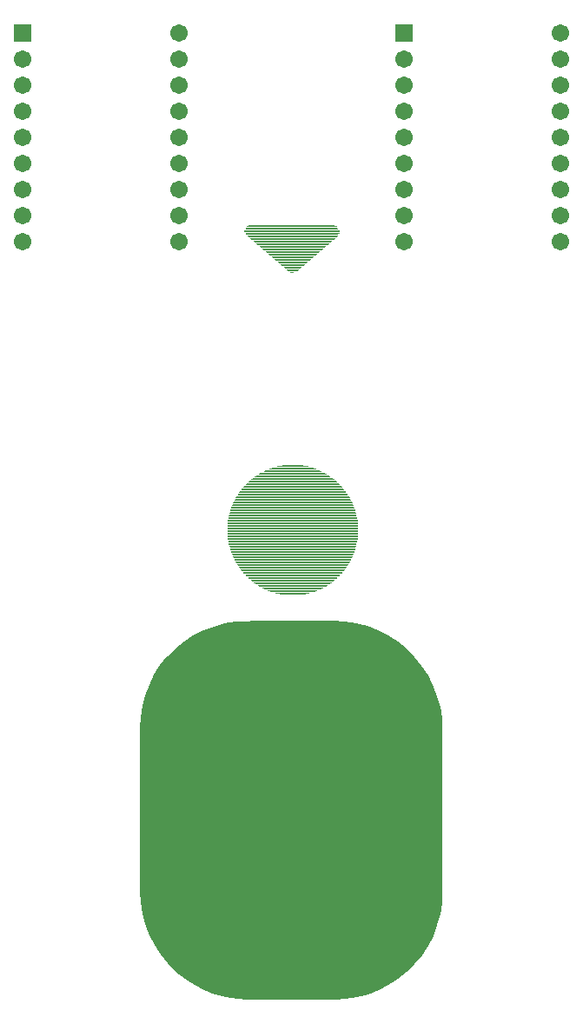
<source format=gbr>
G04 EAGLE Gerber X2 export*
%TF.Part,Single*%
%TF.FileFunction,Soldermask,Top,1*%
%TF.FilePolarity,Negative*%
%TF.GenerationSoftware,Autodesk,EAGLE,9.0.1*%
%TF.CreationDate,2018-06-27T06:52:03Z*%
G75*
%MOMM*%
%FSLAX34Y34*%
%LPD*%
%AMOC8*
5,1,8,0,0,1.08239X$1,22.5*%
G01*
%ADD10R,0.421637X0.084581*%
%ADD11R,0.678181X0.084838*%
%ADD12R,1.016000X0.084581*%
%ADD13R,1.186181X0.084581*%
%ADD14R,1.353819X0.084838*%
%ADD15R,1.524000X0.084581*%
%ADD16R,1.694181X0.084581*%
%ADD17R,1.861819X0.084838*%
%ADD18R,2.202181X0.084581*%
%ADD19R,2.369819X0.084581*%
%ADD20R,2.540000X0.084838*%
%ADD21R,2.710181X0.084581*%
%ADD22R,2.877819X0.084581*%
%ADD23R,3.048000X0.084838*%
%ADD24R,3.385819X0.084581*%
%ADD25R,3.556000X0.084581*%
%ADD26R,3.726181X0.084838*%
%ADD27R,3.893819X0.084581*%
%ADD28R,4.064000X0.084581*%
%ADD29R,4.318000X0.084838*%
%ADD30R,4.572000X0.084581*%
%ADD31R,4.742181X0.084581*%
%ADD32R,4.909819X0.084838*%
%ADD33R,5.080000X0.084581*%
%ADD34R,5.250181X0.084581*%
%ADD35R,5.588000X0.084838*%
%ADD36R,5.758181X0.084581*%
%ADD37R,5.925819X0.084581*%
%ADD38R,6.096000X0.084838*%
%ADD39R,6.266181X0.084581*%
%ADD40R,6.433819X0.084581*%
%ADD41R,6.774181X0.084838*%
%ADD42R,6.941819X0.084581*%
%ADD43R,7.112000X0.084581*%
%ADD44R,7.282181X0.084838*%
%ADD45R,7.449819X0.084581*%
%ADD46R,7.620000X0.084581*%
%ADD47R,7.957819X0.084838*%
%ADD48R,8.128000X0.084581*%
%ADD49R,8.298181X0.084581*%
%ADD50R,8.465819X0.084838*%
%ADD51R,8.636000X0.084581*%
%ADD52R,8.806181X0.084581*%
%ADD53R,8.973819X0.084838*%
%ADD54R,9.057638X0.084581*%
%ADD55R,9.144000X0.084581*%
%ADD56R,9.144000X0.084838*%
%ADD57R,9.230363X0.084581*%
%ADD58R,9.057638X0.084838*%
%ADD59R,8.890000X0.084581*%
%ADD60R,8.890000X0.084838*%
%ADD61R,8.722363X0.084581*%
%ADD62R,8.382000X0.084581*%
%ADD63R,1.607819X0.084838*%
%ADD64R,2.623819X0.084581*%
%ADD65R,3.302000X0.084581*%
%ADD66R,3.893819X0.084838*%
%ADD67R,4.401819X0.084581*%
%ADD68R,4.826000X0.084581*%
%ADD69R,5.163819X0.084838*%
%ADD70R,5.588000X0.084581*%
%ADD71R,6.179819X0.084838*%
%ADD72R,6.520181X0.084581*%
%ADD73R,6.774181X0.084581*%
%ADD74R,7.028181X0.084838*%
%ADD75R,7.282181X0.084581*%
%ADD76R,7.536181X0.084581*%
%ADD77R,7.703819X0.084838*%
%ADD78R,7.957819X0.084581*%
%ADD79R,8.382000X0.084838*%
%ADD80R,8.552181X0.084581*%
%ADD81R,8.719819X0.084581*%
%ADD82R,9.060181X0.084581*%
%ADD83R,9.227819X0.084581*%
%ADD84R,9.398000X0.084838*%
%ADD85R,9.568181X0.084581*%
%ADD86R,9.652000X0.084581*%
%ADD87R,9.822181X0.084838*%
%ADD88R,9.989819X0.084581*%
%ADD89R,10.076181X0.084581*%
%ADD90R,10.243819X0.084838*%
%ADD91R,10.330181X0.084581*%
%ADD92R,10.497819X0.084581*%
%ADD93R,10.584181X0.084838*%
%ADD94R,10.668000X0.084581*%
%ADD95R,10.838181X0.084581*%
%ADD96R,10.922000X0.084838*%
%ADD97R,11.005819X0.084581*%
%ADD98R,11.092181X0.084581*%
%ADD99R,11.176000X0.084838*%
%ADD100R,11.346181X0.084581*%
%ADD101R,11.513819X0.084838*%
%ADD102R,11.513819X0.084581*%
%ADD103R,11.600181X0.084581*%
%ADD104R,11.684000X0.084838*%
%ADD105R,11.767819X0.084581*%
%ADD106R,11.854181X0.084581*%
%ADD107R,11.938000X0.084838*%
%ADD108R,12.021819X0.084581*%
%ADD109R,12.108181X0.084838*%
%ADD110R,12.192000X0.084581*%
%ADD111R,12.275819X0.084838*%
%ADD112R,12.275819X0.084581*%
%ADD113R,12.362181X0.084581*%
%ADD114R,12.362181X0.084838*%
%ADD115R,12.446000X0.084581*%
%ADD116R,12.529819X0.084838*%
%ADD117R,12.529819X0.084581*%
%ADD118R,12.616181X0.084838*%
%ADD119R,12.616181X0.084581*%
%ADD120R,12.700000X0.084838*%
%ADD121R,12.700000X0.084581*%
%ADD122R,12.783819X0.084838*%
%ADD123R,12.783819X0.084581*%
%ADD124R,12.192000X0.084838*%
%ADD125R,12.108181X0.084581*%
%ADD126R,12.021819X0.084838*%
%ADD127R,11.938000X0.084581*%
%ADD128R,11.854181X0.084838*%
%ADD129R,11.430000X0.084838*%
%ADD130R,11.259819X0.084581*%
%ADD131R,10.838181X0.084838*%
%ADD132R,10.751819X0.084581*%
%ADD133R,10.497819X0.084838*%
%ADD134R,10.414000X0.084581*%
%ADD135R,10.160000X0.084838*%
%ADD136R,9.906000X0.084581*%
%ADD137R,9.735819X0.084838*%
%ADD138R,9.481819X0.084581*%
%ADD139R,9.314181X0.084838*%
%ADD140R,8.973819X0.084581*%
%ADD141R,8.806181X0.084838*%
%ADD142R,8.465819X0.084581*%
%ADD143R,8.298181X0.084838*%
%ADD144R,8.044181X0.084581*%
%ADD145R,7.790181X0.084581*%
%ADD146R,7.620000X0.084838*%
%ADD147R,7.366000X0.084581*%
%ADD148R,6.858000X0.084838*%
%ADD149R,6.604000X0.084581*%
%ADD150R,6.350000X0.084581*%
%ADD151R,6.012181X0.084838*%
%ADD152R,5.671819X0.084581*%
%ADD153R,5.334000X0.084581*%
%ADD154R,4.996181X0.084838*%
%ADD155R,3.556000X0.084838*%
%ADD156R,2.964181X0.084581*%
%ADD157R,2.115819X0.084581*%
%ADD158R,1.711200X1.711200*%
%ADD159C,1.711200*%
%ADD160R,2.053200X1.203200*%

G36*
X421135Y34673D02*
X421135Y34673D01*
X421139Y34672D01*
X432077Y35245D01*
X432083Y35248D01*
X432090Y35247D01*
X442909Y36960D01*
X442915Y36964D01*
X442922Y36963D01*
X453503Y39798D01*
X453508Y39802D01*
X453515Y39802D01*
X463741Y43727D01*
X463746Y43732D01*
X463754Y43733D01*
X473513Y48706D01*
X473518Y48711D01*
X473525Y48712D01*
X482711Y54678D01*
X482715Y54684D01*
X482722Y54686D01*
X491235Y61579D01*
X491238Y61585D01*
X491244Y61588D01*
X498990Y69334D01*
X498992Y69340D01*
X498999Y69343D01*
X505892Y77856D01*
X505894Y77862D01*
X505900Y77867D01*
X511866Y87053D01*
X511867Y87060D01*
X511872Y87065D01*
X516845Y96825D01*
X516846Y96831D01*
X516851Y96837D01*
X520776Y107063D01*
X520776Y107069D01*
X520780Y107075D01*
X523615Y117656D01*
X523614Y117662D01*
X523618Y117669D01*
X525331Y128488D01*
X525330Y128494D01*
X525333Y128501D01*
X525906Y139439D01*
X525905Y139443D01*
X525906Y139446D01*
X525906Y297688D01*
X525905Y297691D01*
X525906Y297695D01*
X525327Y308740D01*
X525324Y308746D01*
X525326Y308753D01*
X523596Y319677D01*
X523592Y319682D01*
X523593Y319689D01*
X520730Y330373D01*
X520726Y330378D01*
X520726Y330385D01*
X516763Y340711D01*
X516758Y340715D01*
X516757Y340723D01*
X511736Y350577D01*
X511731Y350582D01*
X511730Y350589D01*
X505706Y359865D01*
X505700Y359868D01*
X505698Y359875D01*
X498738Y368470D01*
X498732Y368474D01*
X498729Y368480D01*
X490908Y376301D01*
X490902Y376303D01*
X490898Y376310D01*
X482303Y383270D01*
X482297Y383272D01*
X482293Y383278D01*
X473017Y389302D01*
X473010Y389303D01*
X473005Y389308D01*
X463151Y394329D01*
X463144Y394330D01*
X463139Y394335D01*
X452813Y398298D01*
X452807Y398298D01*
X452801Y398302D01*
X442117Y401165D01*
X442111Y401164D01*
X442105Y401168D01*
X431181Y402898D01*
X431174Y402896D01*
X431168Y402899D01*
X420123Y403478D01*
X420119Y403477D01*
X420116Y403478D01*
X338836Y403478D01*
X338825Y403473D01*
X338811Y403476D01*
X338714Y403456D01*
X338695Y403444D01*
X338669Y403438D01*
X338586Y403383D01*
X338574Y403363D01*
X338551Y403348D01*
X338496Y403265D01*
X338492Y403243D01*
X338480Y403224D01*
X335026Y403224D01*
X335023Y403223D01*
X335019Y403224D01*
X324160Y402655D01*
X324154Y402652D01*
X324147Y402654D01*
X313407Y400953D01*
X313401Y400949D01*
X313394Y400950D01*
X302891Y398135D01*
X302886Y398131D01*
X302878Y398131D01*
X292727Y394234D01*
X292722Y394230D01*
X292714Y394229D01*
X283026Y389292D01*
X283021Y389287D01*
X283014Y389286D01*
X273895Y383363D01*
X273891Y383358D01*
X273884Y383356D01*
X265433Y376512D01*
X265430Y376507D01*
X265423Y376504D01*
X257734Y368815D01*
X257732Y368808D01*
X257726Y368805D01*
X250882Y360354D01*
X250881Y360348D01*
X250875Y360343D01*
X244952Y351224D01*
X244951Y351217D01*
X244946Y351212D01*
X240009Y341524D01*
X240008Y341517D01*
X240004Y341512D01*
X236107Y331360D01*
X236107Y331353D01*
X236103Y331347D01*
X233288Y320844D01*
X233289Y320837D01*
X233285Y320831D01*
X231584Y310091D01*
X231586Y310084D01*
X231583Y310078D01*
X231014Y299219D01*
X231015Y299215D01*
X231014Y299212D01*
X231014Y140716D01*
X231015Y140713D01*
X231014Y140709D01*
X231594Y129638D01*
X231597Y129632D01*
X231596Y129625D01*
X233330Y118675D01*
X233333Y118669D01*
X233333Y118662D01*
X236202Y107953D01*
X236206Y107948D01*
X236206Y107940D01*
X240179Y97590D01*
X240184Y97585D01*
X240185Y97578D01*
X245218Y87700D01*
X245223Y87695D01*
X245224Y87688D01*
X251263Y78390D01*
X251268Y78387D01*
X251270Y78380D01*
X258247Y69764D01*
X258253Y69760D01*
X258256Y69754D01*
X266096Y61914D01*
X266102Y61912D01*
X266106Y61905D01*
X274722Y54928D01*
X274728Y54927D01*
X274732Y54921D01*
X284030Y48882D01*
X284037Y48881D01*
X284042Y48876D01*
X293920Y43843D01*
X293927Y43842D01*
X293932Y43837D01*
X304282Y39864D01*
X304289Y39864D01*
X304295Y39860D01*
X315004Y36991D01*
X315010Y36992D01*
X315017Y36988D01*
X325967Y35254D01*
X325973Y35255D01*
X325980Y35252D01*
X337051Y34672D01*
X337055Y34673D01*
X337058Y34672D01*
X421132Y34672D01*
X421135Y34673D01*
G37*
D10*
X379307Y742526D03*
D11*
X379726Y743373D03*
D12*
X379738Y744221D03*
D13*
X379726Y745066D03*
D14*
X379726Y745913D03*
D15*
X379738Y746761D03*
D16*
X379726Y747606D03*
D17*
X379726Y748453D03*
D18*
X379726Y749301D03*
D19*
X379726Y750146D03*
D20*
X379738Y750993D03*
D21*
X379726Y751841D03*
D22*
X379726Y752686D03*
D23*
X379738Y753533D03*
D24*
X379726Y754381D03*
D25*
X379738Y755226D03*
D26*
X379726Y756073D03*
D27*
X379726Y756921D03*
D28*
X379738Y757766D03*
D29*
X379307Y758613D03*
D30*
X379738Y759461D03*
D31*
X379726Y760306D03*
D32*
X379726Y761153D03*
D33*
X379738Y762001D03*
D34*
X379726Y762846D03*
D35*
X379738Y763693D03*
D36*
X379726Y764541D03*
D37*
X379726Y765386D03*
D38*
X379738Y766233D03*
D39*
X379726Y767081D03*
D40*
X379726Y767926D03*
D41*
X379726Y768773D03*
D42*
X379726Y769621D03*
D43*
X379738Y770466D03*
D44*
X379726Y771313D03*
D45*
X379726Y772161D03*
D46*
X379738Y773006D03*
D47*
X379726Y773853D03*
D48*
X379738Y774701D03*
D49*
X379726Y775546D03*
D50*
X379726Y776393D03*
D51*
X379738Y777241D03*
D52*
X379726Y778086D03*
D53*
X379726Y778933D03*
D54*
X379307Y779781D03*
D55*
X379738Y780626D03*
D56*
X379738Y781473D03*
D57*
X379307Y782321D03*
X379307Y783166D03*
D58*
X379307Y784013D03*
D54*
X379307Y784861D03*
D59*
X379307Y785706D03*
D60*
X379307Y786553D03*
D61*
X379307Y787401D03*
D62*
X379307Y788246D03*
D63*
X380157Y428413D03*
D64*
X380157Y429261D03*
D65*
X380145Y430106D03*
D66*
X379726Y430953D03*
D67*
X379726Y431801D03*
D68*
X380145Y432646D03*
D69*
X380157Y433493D03*
D70*
X379738Y434341D03*
D37*
X379726Y435186D03*
D71*
X380157Y436033D03*
D72*
X380157Y436881D03*
D73*
X379726Y437726D03*
D74*
X380157Y438573D03*
D75*
X379726Y439421D03*
D76*
X380157Y440266D03*
D77*
X380157Y441113D03*
D78*
X379726Y441961D03*
D48*
X379738Y442806D03*
D79*
X380145Y443653D03*
D80*
X380157Y444501D03*
D81*
X380157Y445346D03*
D60*
X380145Y446193D03*
D82*
X380157Y447041D03*
D83*
X380157Y447886D03*
D84*
X380145Y448733D03*
D85*
X380157Y449581D03*
D86*
X379738Y450426D03*
D87*
X379726Y451273D03*
D88*
X379726Y452121D03*
D89*
X380157Y452966D03*
D90*
X380157Y453813D03*
D91*
X379726Y454661D03*
D92*
X379726Y455506D03*
D93*
X380157Y456353D03*
D94*
X379738Y457201D03*
D95*
X379726Y458046D03*
D96*
X380145Y458893D03*
D97*
X379726Y459741D03*
D98*
X380157Y460586D03*
D99*
X379738Y461433D03*
D100*
X379726Y462281D03*
X379726Y463126D03*
D101*
X379726Y463973D03*
D102*
X379726Y464821D03*
D103*
X380157Y465666D03*
D104*
X379738Y466513D03*
D105*
X380157Y467361D03*
D106*
X379726Y468206D03*
D107*
X380145Y469053D03*
D108*
X379726Y469901D03*
X379726Y470746D03*
D109*
X380157Y471593D03*
D110*
X379738Y472441D03*
X379738Y473286D03*
D111*
X380157Y474133D03*
D112*
X380157Y474981D03*
D113*
X379726Y475826D03*
D114*
X379726Y476673D03*
D115*
X380145Y477521D03*
X380145Y478366D03*
D116*
X379726Y479213D03*
D117*
X379726Y480061D03*
X379726Y480906D03*
D118*
X380157Y481753D03*
D119*
X380157Y482601D03*
X380157Y483446D03*
D120*
X379738Y484293D03*
D121*
X379738Y485141D03*
X379738Y485986D03*
D120*
X379738Y486833D03*
D121*
X379738Y487681D03*
X379738Y488526D03*
D122*
X380157Y489373D03*
D123*
X380157Y490221D03*
X380157Y491066D03*
D122*
X380157Y491913D03*
D123*
X380157Y492761D03*
X380157Y493606D03*
D120*
X379738Y494453D03*
D121*
X379738Y495301D03*
X379738Y496146D03*
D120*
X379738Y496993D03*
D121*
X379738Y497841D03*
X379738Y498686D03*
D120*
X379738Y499533D03*
D119*
X380157Y500381D03*
X380157Y501226D03*
D118*
X380157Y502073D03*
D117*
X379726Y502921D03*
X379726Y503766D03*
D116*
X379726Y504613D03*
D115*
X380145Y505461D03*
D113*
X379726Y506306D03*
D114*
X379726Y507153D03*
D113*
X379726Y508001D03*
D112*
X380157Y508846D03*
D124*
X379738Y509693D03*
D110*
X379738Y510541D03*
D125*
X380157Y511386D03*
D126*
X379726Y512233D03*
D108*
X379726Y513081D03*
D127*
X380145Y513926D03*
D128*
X379726Y514773D03*
D106*
X379726Y515621D03*
D105*
X380157Y516466D03*
D104*
X379738Y517313D03*
D103*
X380157Y518161D03*
D102*
X379726Y519006D03*
D129*
X380145Y519853D03*
D100*
X379726Y520701D03*
D130*
X380157Y521546D03*
D99*
X379738Y522393D03*
D98*
X380157Y523241D03*
D97*
X379726Y524086D03*
D131*
X379726Y524933D03*
D132*
X380157Y525781D03*
D94*
X379738Y526626D03*
D133*
X379726Y527473D03*
D134*
X380145Y528321D03*
D91*
X379726Y529166D03*
D135*
X379738Y530013D03*
D88*
X379726Y530861D03*
D136*
X380145Y531706D03*
D137*
X380157Y532553D03*
D86*
X379738Y533401D03*
D138*
X379726Y534246D03*
D139*
X379726Y535093D03*
D55*
X379738Y535941D03*
D140*
X379726Y536786D03*
D141*
X379726Y537633D03*
D51*
X379738Y538481D03*
D142*
X379726Y539326D03*
D143*
X379726Y540173D03*
D144*
X380157Y541021D03*
D145*
X379726Y541866D03*
D146*
X379738Y542713D03*
D147*
X380145Y543561D03*
D43*
X379738Y544406D03*
D148*
X380145Y545253D03*
D149*
X379738Y546101D03*
D150*
X380145Y546946D03*
D151*
X380157Y547793D03*
D152*
X380157Y548641D03*
D153*
X380145Y549486D03*
D154*
X380157Y550333D03*
D30*
X379738Y551181D03*
D28*
X379738Y552026D03*
D155*
X379738Y552873D03*
D156*
X380157Y553721D03*
D157*
X380157Y554566D03*
D11*
X379726Y555413D03*
D158*
X116832Y976400D03*
D159*
X116832Y951000D03*
X116832Y925600D03*
X116832Y900200D03*
X116832Y874800D03*
X116832Y849400D03*
X116832Y824000D03*
X116832Y798600D03*
X116832Y773200D03*
X269232Y773200D03*
X269232Y798600D03*
X269232Y824000D03*
X269232Y849400D03*
X269232Y874800D03*
X269232Y900200D03*
X269232Y925600D03*
X269232Y951000D03*
X269232Y976400D03*
D158*
X488348Y975990D03*
D159*
X488348Y950590D03*
X488348Y925190D03*
X488348Y899790D03*
X488348Y874390D03*
X488348Y848990D03*
X488348Y823590D03*
X488348Y798190D03*
X488348Y772790D03*
X640748Y772790D03*
X640748Y798190D03*
X640748Y823590D03*
X640748Y848990D03*
X640748Y874390D03*
X640748Y899790D03*
X640748Y925190D03*
X640748Y950590D03*
X640748Y975990D03*
D160*
G36*
X338459Y213037D02*
X323941Y198519D01*
X315433Y207027D01*
X329951Y221545D01*
X338459Y213037D01*
G37*
G36*
X356419Y195076D02*
X341901Y180558D01*
X333393Y189066D01*
X347911Y203584D01*
X356419Y195076D01*
G37*
G36*
X378410Y252988D02*
X363892Y238470D01*
X355384Y246978D01*
X369902Y261496D01*
X378410Y252988D01*
G37*
G36*
X396371Y235028D02*
X381853Y220510D01*
X373345Y229018D01*
X387863Y243536D01*
X396371Y235028D01*
G37*
M02*

</source>
